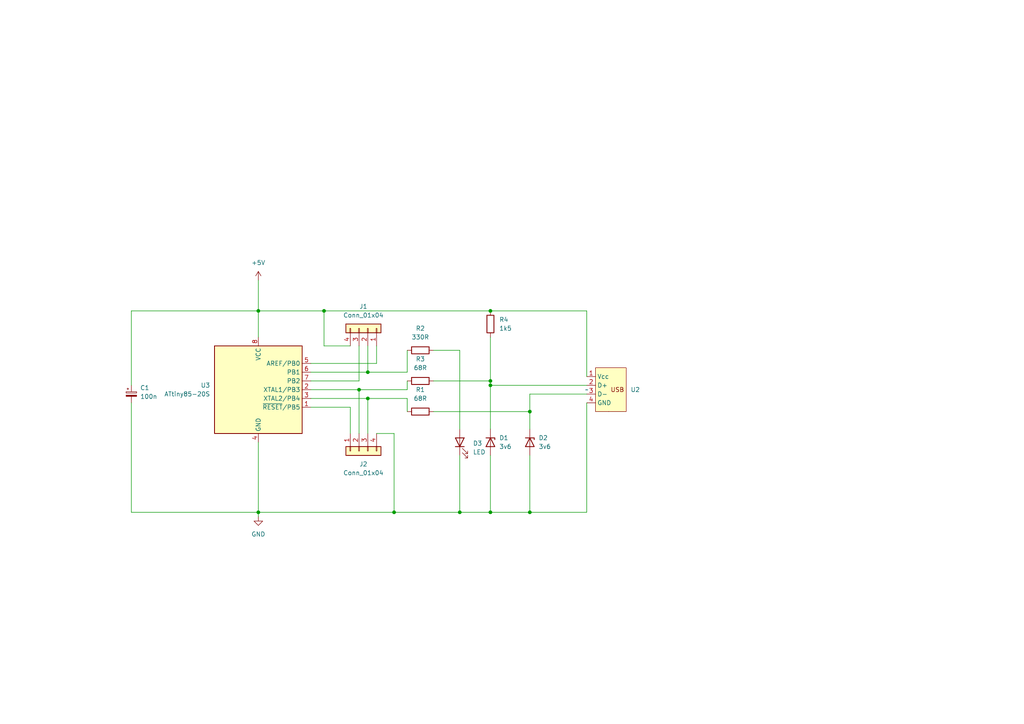
<source format=kicad_sch>
(kicad_sch (version 20230121) (generator eeschema)
  (paper "A4")
  (lib_symbols
    (symbol "1_my_custom_symbol_library:PCB_USB_connector"
      (property "Reference" "U" (at 0 0 0))
      (symbol "PCB_USB_connector_0_1"
        (rectangle (start 6.35 -6.35) (end 6.35 -6.35))
      )
      (symbol "PCB_USB_connector_1_1"
        (rectangle (start 2.54 6.35) (end 11.43 -6.35) (fill (type background)))
        (text "USB" (at 8.89 0 0) (effects (font (size 1.27 1.27))))
        (pin power_in line (at 0 3.81 0) (length 2.54) (name "Vcc") (number "1"))
        (pin bidirectional line (at 0 1.27 0) (length 2.54) (name "D+") (number "2"))
        (pin bidirectional line (at 0 -1.27 0) (length 2.54) (name "D-") (number "3"))
        (pin power_in line (at 0 -3.81 0) (length 2.54) (name "GND") (number "4"))
      )
    )
    (symbol "Connector_Generic:Conn_01x04" (pin_names (offset 1.016) hide)
      (property "Reference" "J" (at 0 5.08 0))
      (property "Value" "Conn_01x04" (at 0 -7.62 0))
      (symbol "Conn_01x04_1_1"
        (rectangle (start -1.27 -4.953) (end 0 -5.207) (stroke (width 0.1524)))
        (rectangle (start -1.27 -2.413) (end 0 -2.667) (stroke (width 0.1524)))
        (rectangle (start -1.27 0.127) (end 0 -0.127) (stroke (width 0.1524)))
        (rectangle (start -1.27 2.667) (end 0 2.413) (stroke (width 0.1524)))
        (rectangle (start -1.27 3.81) (end 1.27 -6.35) (stroke (width 0.254)) (fill (type background)))
        (pin passive line (at -5.08 2.54 0) (length 3.81) (name "Pin_1") (number "1"))
        (pin passive line (at -5.08 0 0) (length 3.81) (name "Pin_2") (number "2"))
        (pin passive line (at -5.08 -2.54 0) (length 3.81) (name "Pin_3") (number "3"))
        (pin passive line (at -5.08 -5.08 0) (length 3.81) (name "Pin_4") (number "4"))
      )
    )
    (symbol "Device:C_Polarized_Small" (pin_numbers hide) (pin_names (offset 0.254) hide)
      (property "Reference" "C" (at 0.254 1.778 0))
      (property "Value" "C_Polarized_Small" (at 0.254 -2.032 0))
      (symbol "C_Polarized_Small_0_1"
        (rectangle (start -1.524 -0.3048) (end 1.524 -0.6858) (fill (type outline)))
        (rectangle (start -1.524 0.6858) (end 1.524 0.3048))
        (polyline (pts (xy -1.27 1.524) (xy -0.762 1.524)))
        (polyline (pts (xy -1.016 1.27) (xy -1.016 1.778)))
      )
      (symbol "C_Polarized_Small_1_1"
        (pin passive line (at 0 2.54 270) (length 1.8542) (name "~") (number "1"))
        (pin passive line (at 0 -2.54 90) (length 1.8542) (name "~") (number "2"))
      )
    )
    (symbol "Device:D_Zener" (pin_numbers hide) (pin_names (offset 1.016) hide)
      (property "Reference" "D" (at 0 2.54 0))
      (property "Value" "D_Zener" (at 0 -2.54 0))
      (symbol "D_Zener_0_1"
        (polyline (pts (xy 1.27 0) (xy -1.27 0)))
        (polyline (pts (xy -1.27 -1.27) (xy -1.27 1.27) (xy -0.762 1.27)) (stroke (width 0.254)))
        (polyline (pts (xy 1.27 -1.27) (xy 1.27 1.27) (xy -1.27 0) (xy 1.27 -1.27)) (stroke (width 0.254)))
      )
      (symbol "D_Zener_1_1"
        (pin passive line (at -3.81 0 0) (length 2.54) (name "K") (number "1"))
        (pin passive line (at 3.81 0 180) (length 2.54) (name "A") (number "2"))
      )
    )
    (symbol "Device:LED" (pin_numbers hide) (pin_names (offset 1.016) hide)
      (property "Reference" "D" (at 0 2.54 0))
      (property "Value" "LED" (at 0 -2.54 0))
      (symbol "LED_0_1"
        (polyline (pts (xy -1.27 -1.27) (xy -1.27 1.27)) (stroke (width 0.254)))
        (polyline (pts (xy -1.27 0) (xy 1.27 0)))
        (polyline (pts (xy 1.27 -1.27) (xy 1.27 1.27) (xy -1.27 0) (xy 1.27 -1.27)) (stroke (width 0.254)))
        (polyline (pts (xy -3.048 -0.762) (xy -4.572 -2.286) (xy -3.81 -2.286) (xy -4.572 -2.286) (xy -4.572 -1.524)))
        (polyline (pts (xy -1.778 -0.762) (xy -3.302 -2.286) (xy -2.54 -2.286) (xy -3.302 -2.286) (xy -3.302 -1.524)))
      )
      (symbol "LED_1_1"
        (pin passive line (at -3.81 0 0) (length 2.54) (name "K") (number "1"))
        (pin passive line (at 3.81 0 180) (length 2.54) (name "A") (number "2"))
      )
    )
    (symbol "Device:R" (pin_numbers hide) (pin_names (offset 0))
      (property "Reference" "R" (at 2.032 0 90))
      (property "Value" "R" (at 0 0 90))
      (symbol "R_0_1"
        (rectangle (start -1.016 -2.54) (end 1.016 2.54) (stroke (width 0.254)))
      )
      (symbol "R_1_1"
        (pin passive line (at 0 3.81 270) (length 1.27) (name "~") (number "1"))
        (pin passive line (at 0 -3.81 90) (length 1.27) (name "~") (number "2"))
      )
    )
    (symbol "MCU_Microchip_ATtiny:ATtiny85-20S"
      (property "Reference" "U" (at -12.7 13.97 0))
      (property "Value" "ATtiny85-20S" (at 2.54 -13.97 0))
      (symbol "ATtiny85-20S_0_1"
        (rectangle (start -12.7 -12.7) (end 12.7 12.7) (stroke (width 0.254)) (fill (type background)))
      )
      (symbol "ATtiny85-20S_1_1"
        (pin bidirectional line (at 15.24 -5.08 180) (length 2.54) (name "~{RESET}/PB5") (number "1"))
        (pin bidirectional line (at 15.24 0 180) (length 2.54) (name "XTAL1/PB3") (number "2"))
        (pin bidirectional line (at 15.24 -2.54 180) (length 2.54) (name "XTAL2/PB4") (number "3"))
        (pin power_in line (at 0 -15.24 90) (length 2.54) (name "GND") (number "4"))
        (pin bidirectional line (at 15.24 7.62 180) (length 2.54) (name "AREF/PB0") (number "5"))
        (pin bidirectional line (at 15.24 5.08 180) (length 2.54) (name "PB1") (number "6"))
        (pin bidirectional line (at 15.24 2.54 180) (length 2.54) (name "PB2") (number "7"))
        (pin power_in line (at 0 15.24 270) (length 2.54) (name "VCC") (number "8"))
      )
    )
    (symbol "power:+5V" (power) (pin_names (offset 0))
      (property "Value" "+5V" (at 0 3.556 0))
      (symbol "+5V_0_1"
        (polyline (pts (xy -0.762 1.27) (xy 0 2.54)))
        (polyline (pts (xy 0 0) (xy 0 2.54)))
        (polyline (pts (xy 0 2.54) (xy 0.762 1.27)))
      )
      (symbol "+5V_1_1"
        (pin power_in line (at 0 0 90) (length 0) hide (name "+5V") (number "1"))
      )
    )
    (symbol "power:GND" (power) (pin_names (offset 0))
      (property "Value" "GND" (at 0 -3.81 0))
      (symbol "GND_0_1"
        (polyline (pts (xy 0 0) (xy 0 -1.27) (xy 1.27 -1.27) (xy 0 -2.54) (xy -1.27 -1.27) (xy 0 -1.27)))
      )
      (symbol "GND_1_1"
        (pin power_in line (at 0 0 270) (length 0) hide (name "GND") (number "1"))
      )
    )
  )
  (junction (at 142.24 111.76))
  (junction (at 153.67 148.59))
  (junction (at 106.68 107.95))
  (junction (at 114.3 148.59))
  (junction (at 142.24 148.59))
  (junction (at 93.98 90.17))
  (junction (at 74.93 148.59))
  (junction (at 106.68 115.57))
  (junction (at 74.93 90.17))
  (junction (at 153.67 119.38))
  (junction (at 142.24 110.49))
  (junction (at 142.24 90.17))
  (junction (at 104.14 113.03))
  (junction (at 133.35 148.59))
  (wire (pts (xy 104.14 100.33) (xy 104.14 110.49)))
  (wire (pts (xy 153.67 132.08) (xy 153.67 148.59)))
  (wire (pts (xy 90.17 105.41) (xy 109.22 105.41)))
  (wire (pts (xy 114.3 125.73) (xy 114.3 148.59)))
  (wire (pts (xy 125.73 101.6) (xy 133.35 101.6)))
  (wire (pts (xy 118.11 113.03) (xy 118.11 110.49)))
  (wire (pts (xy 114.3 148.59) (xy 74.93 148.59)))
  (wire (pts (xy 74.93 90.17) (xy 74.93 97.79)))
  (wire (pts (xy 90.17 107.95) (xy 106.68 107.95)))
  (wire (pts (xy 142.24 148.59) (xy 133.35 148.59)))
  (wire (pts (xy 142.24 132.08) (xy 142.24 148.59)))
  (wire (pts (xy 104.14 113.03) (xy 104.14 125.73)))
  (wire (pts (xy 170.18 114.3) (xy 153.67 114.3)))
  (wire (pts (xy 74.93 81.28) (xy 74.93 90.17)))
  (wire (pts (xy 38.1 90.17) (xy 74.93 90.17)))
  (wire (pts (xy 109.22 105.41) (xy 109.22 100.33)))
  (wire (pts (xy 170.18 109.22) (xy 170.18 90.17)))
  (wire (pts (xy 93.98 90.17) (xy 142.24 90.17)))
  (wire (pts (xy 74.93 148.59) (xy 74.93 149.86)))
  (wire (pts (xy 106.68 115.57) (xy 106.68 125.73)))
  (wire (pts (xy 101.6 118.11) (xy 90.17 118.11)))
  (wire (pts (xy 118.11 115.57) (xy 118.11 119.38)))
  (wire (pts (xy 133.35 132.08) (xy 133.35 148.59)))
  (wire (pts (xy 118.11 101.6) (xy 118.11 107.95)))
  (wire (pts (xy 104.14 110.49) (xy 90.17 110.49)))
  (wire (pts (xy 38.1 111.76) (xy 38.1 90.17)))
  (wire (pts (xy 90.17 115.57) (xy 106.68 115.57)))
  (wire (pts (xy 170.18 148.59) (xy 153.67 148.59)))
  (wire (pts (xy 38.1 148.59) (xy 74.93 148.59)))
  (wire (pts (xy 142.24 111.76) (xy 142.24 124.46)))
  (wire (pts (xy 74.93 128.27) (xy 74.93 148.59)))
  (wire (pts (xy 109.22 125.73) (xy 114.3 125.73)))
  (wire (pts (xy 142.24 97.79) (xy 142.24 110.49)))
  (wire (pts (xy 101.6 125.73) (xy 101.6 118.11)))
  (wire (pts (xy 153.67 148.59) (xy 142.24 148.59)))
  (wire (pts (xy 133.35 101.6) (xy 133.35 124.46)))
  (wire (pts (xy 142.24 110.49) (xy 142.24 111.76)))
  (wire (pts (xy 106.68 115.57) (xy 118.11 115.57)))
  (wire (pts (xy 101.6 100.33) (xy 93.98 100.33)))
  (wire (pts (xy 74.93 90.17) (xy 93.98 90.17)))
  (wire (pts (xy 170.18 90.17) (xy 142.24 90.17)))
  (wire (pts (xy 170.18 111.76) (xy 142.24 111.76)))
  (wire (pts (xy 133.35 148.59) (xy 114.3 148.59)))
  (wire (pts (xy 170.18 116.84) (xy 170.18 148.59)))
  (wire (pts (xy 90.17 113.03) (xy 104.14 113.03)))
  (wire (pts (xy 106.68 107.95) (xy 106.68 100.33)))
  (wire (pts (xy 153.67 114.3) (xy 153.67 119.38)))
  (wire (pts (xy 125.73 119.38) (xy 153.67 119.38)))
  (wire (pts (xy 118.11 107.95) (xy 106.68 107.95)))
  (wire (pts (xy 38.1 116.84) (xy 38.1 148.59)))
  (wire (pts (xy 104.14 113.03) (xy 118.11 113.03)))
  (wire (pts (xy 93.98 100.33) (xy 93.98 90.17)))
  (wire (pts (xy 125.73 110.49) (xy 142.24 110.49)))
  (wire (pts (xy 153.67 119.38) (xy 153.67 124.46)))
  (symbol (lib_id "power:GND") (at 74.93 149.86 0) (unit 1)
    (property "Reference" "#PWR02" (effects hide))
    (property "Value" "GND" (at 74.93 154.94 0))
  )
  (symbol (lib_id "Device:R") (at 121.92 119.38 90) (unit 1)
    (property "Reference" "R1" (at 121.92 113.03 90))
    (property "Value" "68R" (at 121.92 115.57 90))
    (property "Footprint" "Resistor_SMD:R_0805_2012Metric_Pad1.20x1.40mm_HandSolder" (effects hide))
  )
  (symbol (lib_id "Device:D_Zener") (at 153.67 128.27 270) (unit 1)
    (property "Reference" "D2" (at 156.21 127 90) (effects (justify left)))
    (property "Value" "3v6" (at 156.21 129.54 90) (effects (justify left)))
    (property "Footprint" "Diode_SMD:D_SOD-123" (effects hide))
  )
  (symbol (lib_id "MCU_Microchip_ATtiny:ATtiny85-20S") (at 74.93 113.03 0) (unit 1)
    (property "Reference" "U3" (at 60.96 111.76 0) (effects (justify right)))
    (property "Value" "ATtiny85-20S" (at 60.96 114.3 0) (effects (justify right)))
    (property "Footprint" "Package_SO:SOIC-8W_5.3x5.3mm_P1.27mm" (effects hide))
    (property "Datasheet" "http://ww1.microchip.com/downloads/en/DeviceDoc/atmel-2586-avr-8-bit-microcontroller-attiny25-attiny45-attiny85_datasheet.pdf" (effects hide))
  )
  (symbol (lib_id "power:+5V") (at 74.93 81.28 0) (unit 1)
    (property "Reference" "#PWR01" (effects hide))
    (property "Value" "+5V" (at 74.93 76.2 0))
  )
  (symbol (lib_id "Connector_Generic:Conn_01x04") (at 104.14 130.81 90) (mirror x) (unit 1)
    (property "Reference" "J2" (at 105.41 134.62 90))
    (property "Value" "Conn_01x04" (at 105.41 137.16 90))
    (property "Footprint" "Connector:FanPinHeader_1x04_P2.54mm_Vertical" (effects hide))
  )
  (symbol (lib_id "1_my_custom_symbol_library:PCB_USB_connector") (at 170.18 113.03 0) (unit 1)
    (property "Reference" "U2" (at 182.88 113.03 0) (effects (justify left)))
    (property "Value" "~" (at 170.18 113.03 0))
    (property "Footprint" "1_My_custom_library:PCB_USB_Connector" (effects hide))
  )
  (symbol (lib_id "Device:R") (at 142.24 93.98 0) (unit 1)
    (property "Reference" "R4" (at 144.78 92.71 0) (effects (justify left)))
    (property "Value" "1k5" (at 144.78 95.25 0) (effects (justify left)))
    (property "Footprint" "Resistor_SMD:R_0805_2012Metric_Pad1.20x1.40mm_HandSolder" (effects hide))
  )
  (symbol (lib_id "Connector_Generic:Conn_01x04") (at 106.68 95.25 270) (mirror x) (unit 1)
    (property "Reference" "J1" (at 105.41 88.9 90))
    (property "Value" "Conn_01x04" (at 105.41 91.44 90))
    (property "Footprint" "Connector:FanPinHeader_1x04_P2.54mm_Vertical" (effects hide))
  )
  (symbol (lib_id "Device:D_Zener") (at 142.24 128.27 270) (unit 1)
    (property "Reference" "D1" (at 144.78 127 90) (effects (justify left)))
    (property "Value" "3v6" (at 144.78 129.54 90) (effects (justify left)))
    (property "Footprint" "Diode_SMD:D_SOD-123" (effects hide))
  )
  (symbol (lib_id "Device:LED") (at 133.35 128.27 90) (unit 1)
    (property "Reference" "D3" (at 137.16 128.5875 90) (effects (justify right)))
    (property "Value" "LED" (at 137.16 131.1275 90) (effects (justify right)))
    (property "Footprint" "LED_THT:LED_D3.0mm" (effects hide))
  )
  (symbol (lib_id "Device:C_Polarized_Small") (at 38.1 114.3 0) (unit 1)
    (property "Reference" "C1" (at 40.64 112.4839 0) (effects (justify left)))
    (property "Value" "100n" (at 40.64 115.0239 0) (effects (justify left)))
    (property "Footprint" "Capacitor_SMD:C_1206_3216Metric_Pad1.33x1.80mm_HandSolder" (effects hide))
  )
  (symbol (lib_id "Device:R") (at 121.92 101.6 90) (unit 1)
    (property "Reference" "R2" (at 121.92 95.25 90))
    (property "Value" "330R" (at 121.92 97.79 90))
    (property "Footprint" "Resistor_SMD:R_0805_2012Metric_Pad1.20x1.40mm_HandSolder" (effects hide))
  )
  (symbol (lib_id "Device:R") (at 121.92 110.49 90) (unit 1)
    (property "Reference" "R3" (at 121.92 104.14 90))
    (property "Value" "68R" (at 121.92 106.68 90))
    (property "Footprint" "Resistor_SMD:R_0805_2012Metric_Pad1.20x1.40mm_HandSolder" (effects hide))
  )
)
</source>
